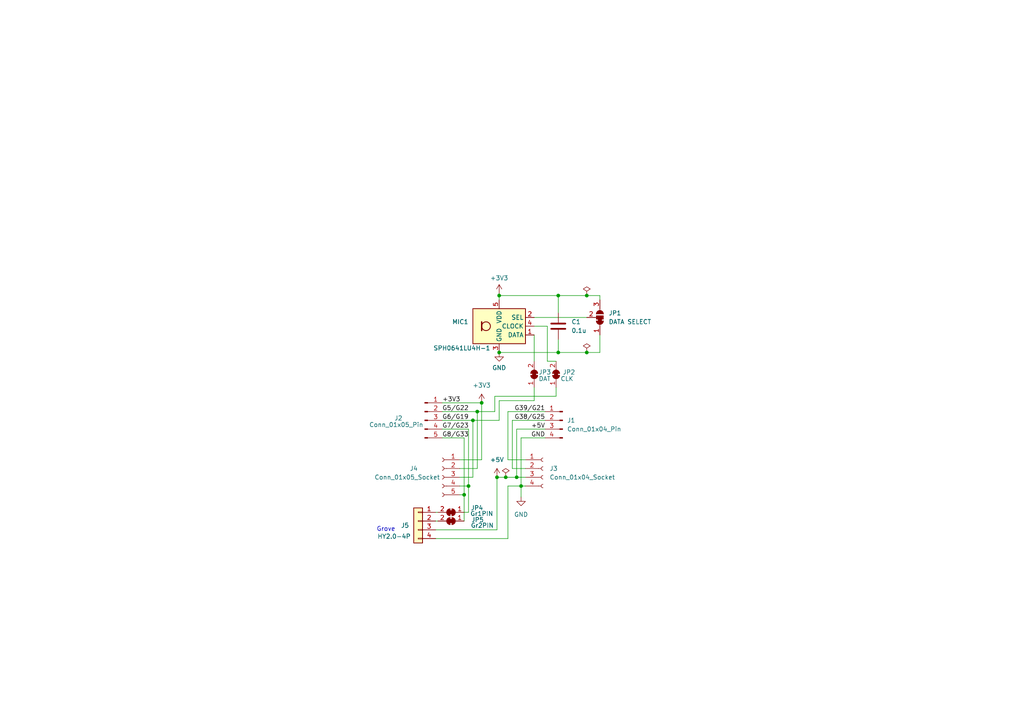
<source format=kicad_sch>
(kicad_sch (version 20230121) (generator eeschema)

  (uuid 30cca121-732b-46ea-923e-c258d615a251)

  (paper "A4")

  (lib_symbols
    (symbol "Connector:Conn_01x04_Pin" (pin_names (offset 1.016) hide) (in_bom yes) (on_board yes)
      (property "Reference" "J" (at 0 5.08 0)
        (effects (font (size 1.27 1.27)))
      )
      (property "Value" "Conn_01x04_Pin" (at 0 -7.62 0)
        (effects (font (size 1.27 1.27)))
      )
      (property "Footprint" "" (at 0 0 0)
        (effects (font (size 1.27 1.27)) hide)
      )
      (property "Datasheet" "~" (at 0 0 0)
        (effects (font (size 1.27 1.27)) hide)
      )
      (property "ki_locked" "" (at 0 0 0)
        (effects (font (size 1.27 1.27)))
      )
      (property "ki_keywords" "connector" (at 0 0 0)
        (effects (font (size 1.27 1.27)) hide)
      )
      (property "ki_description" "Generic connector, single row, 01x04, script generated" (at 0 0 0)
        (effects (font (size 1.27 1.27)) hide)
      )
      (property "ki_fp_filters" "Connector*:*_1x??_*" (at 0 0 0)
        (effects (font (size 1.27 1.27)) hide)
      )
      (symbol "Conn_01x04_Pin_1_1"
        (polyline
          (pts
            (xy 1.27 -5.08)
            (xy 0.8636 -5.08)
          )
          (stroke (width 0.1524) (type default))
          (fill (type none))
        )
        (polyline
          (pts
            (xy 1.27 -2.54)
            (xy 0.8636 -2.54)
          )
          (stroke (width 0.1524) (type default))
          (fill (type none))
        )
        (polyline
          (pts
            (xy 1.27 0)
            (xy 0.8636 0)
          )
          (stroke (width 0.1524) (type default))
          (fill (type none))
        )
        (polyline
          (pts
            (xy 1.27 2.54)
            (xy 0.8636 2.54)
          )
          (stroke (width 0.1524) (type default))
          (fill (type none))
        )
        (rectangle (start 0.8636 -4.953) (end 0 -5.207)
          (stroke (width 0.1524) (type default))
          (fill (type outline))
        )
        (rectangle (start 0.8636 -2.413) (end 0 -2.667)
          (stroke (width 0.1524) (type default))
          (fill (type outline))
        )
        (rectangle (start 0.8636 0.127) (end 0 -0.127)
          (stroke (width 0.1524) (type default))
          (fill (type outline))
        )
        (rectangle (start 0.8636 2.667) (end 0 2.413)
          (stroke (width 0.1524) (type default))
          (fill (type outline))
        )
        (pin passive line (at 5.08 2.54 180) (length 3.81)
          (name "Pin_1" (effects (font (size 1.27 1.27))))
          (number "1" (effects (font (size 1.27 1.27))))
        )
        (pin passive line (at 5.08 0 180) (length 3.81)
          (name "Pin_2" (effects (font (size 1.27 1.27))))
          (number "2" (effects (font (size 1.27 1.27))))
        )
        (pin passive line (at 5.08 -2.54 180) (length 3.81)
          (name "Pin_3" (effects (font (size 1.27 1.27))))
          (number "3" (effects (font (size 1.27 1.27))))
        )
        (pin passive line (at 5.08 -5.08 180) (length 3.81)
          (name "Pin_4" (effects (font (size 1.27 1.27))))
          (number "4" (effects (font (size 1.27 1.27))))
        )
      )
    )
    (symbol "Connector:Conn_01x04_Socket" (pin_names (offset 1.016) hide) (in_bom yes) (on_board yes)
      (property "Reference" "J" (at 0 5.08 0)
        (effects (font (size 1.27 1.27)))
      )
      (property "Value" "Conn_01x04_Socket" (at 0 -7.62 0)
        (effects (font (size 1.27 1.27)))
      )
      (property "Footprint" "" (at 0 0 0)
        (effects (font (size 1.27 1.27)) hide)
      )
      (property "Datasheet" "~" (at 0 0 0)
        (effects (font (size 1.27 1.27)) hide)
      )
      (property "ki_locked" "" (at 0 0 0)
        (effects (font (size 1.27 1.27)))
      )
      (property "ki_keywords" "connector" (at 0 0 0)
        (effects (font (size 1.27 1.27)) hide)
      )
      (property "ki_description" "Generic connector, single row, 01x04, script generated" (at 0 0 0)
        (effects (font (size 1.27 1.27)) hide)
      )
      (property "ki_fp_filters" "Connector*:*_1x??_*" (at 0 0 0)
        (effects (font (size 1.27 1.27)) hide)
      )
      (symbol "Conn_01x04_Socket_1_1"
        (arc (start 0 -4.572) (mid -0.5058 -5.08) (end 0 -5.588)
          (stroke (width 0.1524) (type default))
          (fill (type none))
        )
        (arc (start 0 -2.032) (mid -0.5058 -2.54) (end 0 -3.048)
          (stroke (width 0.1524) (type default))
          (fill (type none))
        )
        (polyline
          (pts
            (xy -1.27 -5.08)
            (xy -0.508 -5.08)
          )
          (stroke (width 0.1524) (type default))
          (fill (type none))
        )
        (polyline
          (pts
            (xy -1.27 -2.54)
            (xy -0.508 -2.54)
          )
          (stroke (width 0.1524) (type default))
          (fill (type none))
        )
        (polyline
          (pts
            (xy -1.27 0)
            (xy -0.508 0)
          )
          (stroke (width 0.1524) (type default))
          (fill (type none))
        )
        (polyline
          (pts
            (xy -1.27 2.54)
            (xy -0.508 2.54)
          )
          (stroke (width 0.1524) (type default))
          (fill (type none))
        )
        (arc (start 0 0.508) (mid -0.5058 0) (end 0 -0.508)
          (stroke (width 0.1524) (type default))
          (fill (type none))
        )
        (arc (start 0 3.048) (mid -0.5058 2.54) (end 0 2.032)
          (stroke (width 0.1524) (type default))
          (fill (type none))
        )
        (pin passive line (at -5.08 2.54 0) (length 3.81)
          (name "Pin_1" (effects (font (size 1.27 1.27))))
          (number "1" (effects (font (size 1.27 1.27))))
        )
        (pin passive line (at -5.08 0 0) (length 3.81)
          (name "Pin_2" (effects (font (size 1.27 1.27))))
          (number "2" (effects (font (size 1.27 1.27))))
        )
        (pin passive line (at -5.08 -2.54 0) (length 3.81)
          (name "Pin_3" (effects (font (size 1.27 1.27))))
          (number "3" (effects (font (size 1.27 1.27))))
        )
        (pin passive line (at -5.08 -5.08 0) (length 3.81)
          (name "Pin_4" (effects (font (size 1.27 1.27))))
          (number "4" (effects (font (size 1.27 1.27))))
        )
      )
    )
    (symbol "Connector:Conn_01x05_Pin" (pin_names (offset 1.016) hide) (in_bom yes) (on_board yes)
      (property "Reference" "J" (at 0 7.62 0)
        (effects (font (size 1.27 1.27)))
      )
      (property "Value" "Conn_01x05_Pin" (at 0 -7.62 0)
        (effects (font (size 1.27 1.27)))
      )
      (property "Footprint" "" (at 0 0 0)
        (effects (font (size 1.27 1.27)) hide)
      )
      (property "Datasheet" "~" (at 0 0 0)
        (effects (font (size 1.27 1.27)) hide)
      )
      (property "ki_locked" "" (at 0 0 0)
        (effects (font (size 1.27 1.27)))
      )
      (property "ki_keywords" "connector" (at 0 0 0)
        (effects (font (size 1.27 1.27)) hide)
      )
      (property "ki_description" "Generic connector, single row, 01x05, script generated" (at 0 0 0)
        (effects (font (size 1.27 1.27)) hide)
      )
      (property "ki_fp_filters" "Connector*:*_1x??_*" (at 0 0 0)
        (effects (font (size 1.27 1.27)) hide)
      )
      (symbol "Conn_01x05_Pin_1_1"
        (polyline
          (pts
            (xy 1.27 -5.08)
            (xy 0.8636 -5.08)
          )
          (stroke (width 0.1524) (type default))
          (fill (type none))
        )
        (polyline
          (pts
            (xy 1.27 -2.54)
            (xy 0.8636 -2.54)
          )
          (stroke (width 0.1524) (type default))
          (fill (type none))
        )
        (polyline
          (pts
            (xy 1.27 0)
            (xy 0.8636 0)
          )
          (stroke (width 0.1524) (type default))
          (fill (type none))
        )
        (polyline
          (pts
            (xy 1.27 2.54)
            (xy 0.8636 2.54)
          )
          (stroke (width 0.1524) (type default))
          (fill (type none))
        )
        (polyline
          (pts
            (xy 1.27 5.08)
            (xy 0.8636 5.08)
          )
          (stroke (width 0.1524) (type default))
          (fill (type none))
        )
        (rectangle (start 0.8636 -4.953) (end 0 -5.207)
          (stroke (width 0.1524) (type default))
          (fill (type outline))
        )
        (rectangle (start 0.8636 -2.413) (end 0 -2.667)
          (stroke (width 0.1524) (type default))
          (fill (type outline))
        )
        (rectangle (start 0.8636 0.127) (end 0 -0.127)
          (stroke (width 0.1524) (type default))
          (fill (type outline))
        )
        (rectangle (start 0.8636 2.667) (end 0 2.413)
          (stroke (width 0.1524) (type default))
          (fill (type outline))
        )
        (rectangle (start 0.8636 5.207) (end 0 4.953)
          (stroke (width 0.1524) (type default))
          (fill (type outline))
        )
        (pin passive line (at 5.08 5.08 180) (length 3.81)
          (name "Pin_1" (effects (font (size 1.27 1.27))))
          (number "1" (effects (font (size 1.27 1.27))))
        )
        (pin passive line (at 5.08 2.54 180) (length 3.81)
          (name "Pin_2" (effects (font (size 1.27 1.27))))
          (number "2" (effects (font (size 1.27 1.27))))
        )
        (pin passive line (at 5.08 0 180) (length 3.81)
          (name "Pin_3" (effects (font (size 1.27 1.27))))
          (number "3" (effects (font (size 1.27 1.27))))
        )
        (pin passive line (at 5.08 -2.54 180) (length 3.81)
          (name "Pin_4" (effects (font (size 1.27 1.27))))
          (number "4" (effects (font (size 1.27 1.27))))
        )
        (pin passive line (at 5.08 -5.08 180) (length 3.81)
          (name "Pin_5" (effects (font (size 1.27 1.27))))
          (number "5" (effects (font (size 1.27 1.27))))
        )
      )
    )
    (symbol "Connector:Conn_01x05_Socket" (pin_names (offset 1.016) hide) (in_bom yes) (on_board yes)
      (property "Reference" "J" (at 0 7.62 0)
        (effects (font (size 1.27 1.27)))
      )
      (property "Value" "Conn_01x05_Socket" (at 0 -7.62 0)
        (effects (font (size 1.27 1.27)))
      )
      (property "Footprint" "" (at 0 0 0)
        (effects (font (size 1.27 1.27)) hide)
      )
      (property "Datasheet" "~" (at 0 0 0)
        (effects (font (size 1.27 1.27)) hide)
      )
      (property "ki_locked" "" (at 0 0 0)
        (effects (font (size 1.27 1.27)))
      )
      (property "ki_keywords" "connector" (at 0 0 0)
        (effects (font (size 1.27 1.27)) hide)
      )
      (property "ki_description" "Generic connector, single row, 01x05, script generated" (at 0 0 0)
        (effects (font (size 1.27 1.27)) hide)
      )
      (property "ki_fp_filters" "Connector*:*_1x??_*" (at 0 0 0)
        (effects (font (size 1.27 1.27)) hide)
      )
      (symbol "Conn_01x05_Socket_1_1"
        (arc (start 0 -4.572) (mid -0.5058 -5.08) (end 0 -5.588)
          (stroke (width 0.1524) (type default))
          (fill (type none))
        )
        (arc (start 0 -2.032) (mid -0.5058 -2.54) (end 0 -3.048)
          (stroke (width 0.1524) (type default))
          (fill (type none))
        )
        (polyline
          (pts
            (xy -1.27 -5.08)
            (xy -0.508 -5.08)
          )
          (stroke (width 0.1524) (type default))
          (fill (type none))
        )
        (polyline
          (pts
            (xy -1.27 -2.54)
            (xy -0.508 -2.54)
          )
          (stroke (width 0.1524) (type default))
          (fill (type none))
        )
        (polyline
          (pts
            (xy -1.27 0)
            (xy -0.508 0)
          )
          (stroke (width 0.1524) (type default))
          (fill (type none))
        )
        (polyline
          (pts
            (xy -1.27 2.54)
            (xy -0.508 2.54)
          )
          (stroke (width 0.1524) (type default))
          (fill (type none))
        )
        (polyline
          (pts
            (xy -1.27 5.08)
            (xy -0.508 5.08)
          )
          (stroke (width 0.1524) (type default))
          (fill (type none))
        )
        (arc (start 0 0.508) (mid -0.5058 0) (end 0 -0.508)
          (stroke (width 0.1524) (type default))
          (fill (type none))
        )
        (arc (start 0 3.048) (mid -0.5058 2.54) (end 0 2.032)
          (stroke (width 0.1524) (type default))
          (fill (type none))
        )
        (arc (start 0 5.588) (mid -0.5058 5.08) (end 0 4.572)
          (stroke (width 0.1524) (type default))
          (fill (type none))
        )
        (pin passive line (at -5.08 5.08 0) (length 3.81)
          (name "Pin_1" (effects (font (size 1.27 1.27))))
          (number "1" (effects (font (size 1.27 1.27))))
        )
        (pin passive line (at -5.08 2.54 0) (length 3.81)
          (name "Pin_2" (effects (font (size 1.27 1.27))))
          (number "2" (effects (font (size 1.27 1.27))))
        )
        (pin passive line (at -5.08 0 0) (length 3.81)
          (name "Pin_3" (effects (font (size 1.27 1.27))))
          (number "3" (effects (font (size 1.27 1.27))))
        )
        (pin passive line (at -5.08 -2.54 0) (length 3.81)
          (name "Pin_4" (effects (font (size 1.27 1.27))))
          (number "4" (effects (font (size 1.27 1.27))))
        )
        (pin passive line (at -5.08 -5.08 0) (length 3.81)
          (name "Pin_5" (effects (font (size 1.27 1.27))))
          (number "5" (effects (font (size 1.27 1.27))))
        )
      )
    )
    (symbol "Device:C" (pin_numbers hide) (pin_names (offset 0.254)) (in_bom yes) (on_board yes)
      (property "Reference" "C" (at 0.635 2.54 0)
        (effects (font (size 1.27 1.27)) (justify left))
      )
      (property "Value" "C" (at 0.635 -2.54 0)
        (effects (font (size 1.27 1.27)) (justify left))
      )
      (property "Footprint" "" (at 0.9652 -3.81 0)
        (effects (font (size 1.27 1.27)) hide)
      )
      (property "Datasheet" "~" (at 0 0 0)
        (effects (font (size 1.27 1.27)) hide)
      )
      (property "ki_keywords" "cap capacitor" (at 0 0 0)
        (effects (font (size 1.27 1.27)) hide)
      )
      (property "ki_description" "Unpolarized capacitor" (at 0 0 0)
        (effects (font (size 1.27 1.27)) hide)
      )
      (property "ki_fp_filters" "C_*" (at 0 0 0)
        (effects (font (size 1.27 1.27)) hide)
      )
      (symbol "C_0_1"
        (polyline
          (pts
            (xy -2.032 -0.762)
            (xy 2.032 -0.762)
          )
          (stroke (width 0.508) (type default))
          (fill (type none))
        )
        (polyline
          (pts
            (xy -2.032 0.762)
            (xy 2.032 0.762)
          )
          (stroke (width 0.508) (type default))
          (fill (type none))
        )
      )
      (symbol "C_1_1"
        (pin passive line (at 0 3.81 270) (length 2.794)
          (name "~" (effects (font (size 1.27 1.27))))
          (number "1" (effects (font (size 1.27 1.27))))
        )
        (pin passive line (at 0 -3.81 90) (length 2.794)
          (name "~" (effects (font (size 1.27 1.27))))
          (number "2" (effects (font (size 1.27 1.27))))
        )
      )
    )
    (symbol "Jumper:SolderJumper_2_Bridged" (pin_names (offset 0) hide) (in_bom yes) (on_board yes)
      (property "Reference" "JP" (at 0 2.032 0)
        (effects (font (size 1.27 1.27)))
      )
      (property "Value" "SolderJumper_2_Bridged" (at 0 -2.54 0)
        (effects (font (size 1.27 1.27)))
      )
      (property "Footprint" "" (at 0 0 0)
        (effects (font (size 1.27 1.27)) hide)
      )
      (property "Datasheet" "~" (at 0 0 0)
        (effects (font (size 1.27 1.27)) hide)
      )
      (property "ki_keywords" "solder jumper SPST" (at 0 0 0)
        (effects (font (size 1.27 1.27)) hide)
      )
      (property "ki_description" "Solder Jumper, 2-pole, closed/bridged" (at 0 0 0)
        (effects (font (size 1.27 1.27)) hide)
      )
      (property "ki_fp_filters" "SolderJumper*Bridged*" (at 0 0 0)
        (effects (font (size 1.27 1.27)) hide)
      )
      (symbol "SolderJumper_2_Bridged_0_1"
        (rectangle (start -0.508 0.508) (end 0.508 -0.508)
          (stroke (width 0) (type default))
          (fill (type outline))
        )
        (arc (start -0.254 1.016) (mid -1.2656 0) (end -0.254 -1.016)
          (stroke (width 0) (type default))
          (fill (type none))
        )
        (arc (start -0.254 1.016) (mid -1.2656 0) (end -0.254 -1.016)
          (stroke (width 0) (type default))
          (fill (type outline))
        )
        (polyline
          (pts
            (xy -0.254 1.016)
            (xy -0.254 -1.016)
          )
          (stroke (width 0) (type default))
          (fill (type none))
        )
        (polyline
          (pts
            (xy 0.254 1.016)
            (xy 0.254 -1.016)
          )
          (stroke (width 0) (type default))
          (fill (type none))
        )
        (arc (start 0.254 -1.016) (mid 1.2656 0) (end 0.254 1.016)
          (stroke (width 0) (type default))
          (fill (type none))
        )
        (arc (start 0.254 -1.016) (mid 1.2656 0) (end 0.254 1.016)
          (stroke (width 0) (type default))
          (fill (type outline))
        )
      )
      (symbol "SolderJumper_2_Bridged_1_1"
        (pin passive line (at -3.81 0 0) (length 2.54)
          (name "A" (effects (font (size 1.27 1.27))))
          (number "1" (effects (font (size 1.27 1.27))))
        )
        (pin passive line (at 3.81 0 180) (length 2.54)
          (name "B" (effects (font (size 1.27 1.27))))
          (number "2" (effects (font (size 1.27 1.27))))
        )
      )
    )
    (symbol "Jumper:SolderJumper_3_Bridged12" (pin_names (offset 0) hide) (in_bom yes) (on_board yes)
      (property "Reference" "JP" (at -2.54 -2.54 0)
        (effects (font (size 1.27 1.27)))
      )
      (property "Value" "SolderJumper_3_Bridged12" (at 0 2.794 0)
        (effects (font (size 1.27 1.27)))
      )
      (property "Footprint" "" (at 0 0 0)
        (effects (font (size 1.27 1.27)) hide)
      )
      (property "Datasheet" "~" (at 0 0 0)
        (effects (font (size 1.27 1.27)) hide)
      )
      (property "ki_keywords" "Solder Jumper SPDT" (at 0 0 0)
        (effects (font (size 1.27 1.27)) hide)
      )
      (property "ki_description" "3-pole Solder Jumper, pins 1+2 closed/bridged" (at 0 0 0)
        (effects (font (size 1.27 1.27)) hide)
      )
      (property "ki_fp_filters" "SolderJumper*Bridged12*" (at 0 0 0)
        (effects (font (size 1.27 1.27)) hide)
      )
      (symbol "SolderJumper_3_Bridged12_0_1"
        (rectangle (start -1.016 0.508) (end -0.508 -0.508)
          (stroke (width 0) (type default))
          (fill (type outline))
        )
        (arc (start -1.016 1.016) (mid -2.0276 0) (end -1.016 -1.016)
          (stroke (width 0) (type default))
          (fill (type none))
        )
        (arc (start -1.016 1.016) (mid -2.0276 0) (end -1.016 -1.016)
          (stroke (width 0) (type default))
          (fill (type outline))
        )
        (rectangle (start -0.508 1.016) (end 0.508 -1.016)
          (stroke (width 0) (type default))
          (fill (type outline))
        )
        (polyline
          (pts
            (xy -2.54 0)
            (xy -2.032 0)
          )
          (stroke (width 0) (type default))
          (fill (type none))
        )
        (polyline
          (pts
            (xy -1.016 1.016)
            (xy -1.016 -1.016)
          )
          (stroke (width 0) (type default))
          (fill (type none))
        )
        (polyline
          (pts
            (xy 0 -1.27)
            (xy 0 -1.016)
          )
          (stroke (width 0) (type default))
          (fill (type none))
        )
        (polyline
          (pts
            (xy 1.016 1.016)
            (xy 1.016 -1.016)
          )
          (stroke (width 0) (type default))
          (fill (type none))
        )
        (polyline
          (pts
            (xy 2.54 0)
            (xy 2.032 0)
          )
          (stroke (width 0) (type default))
          (fill (type none))
        )
        (arc (start 1.016 -1.016) (mid 2.0276 0) (end 1.016 1.016)
          (stroke (width 0) (type default))
          (fill (type none))
        )
        (arc (start 1.016 -1.016) (mid 2.0276 0) (end 1.016 1.016)
          (stroke (width 0) (type default))
          (fill (type outline))
        )
      )
      (symbol "SolderJumper_3_Bridged12_1_1"
        (pin passive line (at -5.08 0 0) (length 2.54)
          (name "A" (effects (font (size 1.27 1.27))))
          (number "1" (effects (font (size 1.27 1.27))))
        )
        (pin passive line (at 0 -3.81 90) (length 2.54)
          (name "C" (effects (font (size 1.27 1.27))))
          (number "2" (effects (font (size 1.27 1.27))))
        )
        (pin passive line (at 5.08 0 180) (length 2.54)
          (name "B" (effects (font (size 1.27 1.27))))
          (number "3" (effects (font (size 1.27 1.27))))
        )
      )
    )
    (symbol "My_Library:HY2.0-4P" (pin_names (offset 1.016) hide) (in_bom yes) (on_board yes)
      (property "Reference" "J7" (at 3.175 0 0)
        (effects (font (size 1.27 1.27)) (justify left))
      )
      (property "Value" "HY2.0-4P" (at 3.175 -2.54 0)
        (effects (font (size 1.27 1.27)) (justify left))
      )
      (property "Footprint" "Local_footprints:CON_GROVE_H" (at 0 0 0)
        (effects (font (size 1.27 1.27)) hide)
      )
      (property "Datasheet" "~" (at 0 0 0)
        (effects (font (size 1.27 1.27)) hide)
      )
      (property "ki_keywords" "connector" (at 0 0 0)
        (effects (font (size 1.27 1.27)) hide)
      )
      (property "ki_description" "Generic connector, single row, 01x04, script generated (kicad-library-utils/schlib/autogen/connector/)" (at 0 0 0)
        (effects (font (size 1.27 1.27)) hide)
      )
      (property "ki_fp_filters" "Connector*:*_1x??_*" (at 0 0 0)
        (effects (font (size 1.27 1.27)) hide)
      )
      (symbol "HY2.0-4P_1_1"
        (rectangle (start -1.27 -4.953) (end 0 -5.207)
          (stroke (width 0.1524) (type default))
          (fill (type none))
        )
        (rectangle (start -1.27 -2.413) (end 0 -2.667)
          (stroke (width 0.1524) (type default))
          (fill (type none))
        )
        (rectangle (start -1.27 0.127) (end 0 -0.127)
          (stroke (width 0.1524) (type default))
          (fill (type none))
        )
        (rectangle (start -1.27 2.667) (end 0 2.413)
          (stroke (width 0.1524) (type default))
          (fill (type none))
        )
        (rectangle (start -1.27 3.81) (end 1.27 -6.35)
          (stroke (width 0.254) (type default))
          (fill (type background))
        )
        (pin passive line (at -5.08 2.54 0) (length 3.81)
          (name "Pin_1" (effects (font (size 1.27 1.27))))
          (number "1" (effects (font (size 1.27 1.27))))
        )
        (pin passive line (at -5.08 0 0) (length 3.81)
          (name "Pin_2" (effects (font (size 1.27 1.27))))
          (number "2" (effects (font (size 1.27 1.27))))
        )
        (pin passive line (at -5.08 -2.54 0) (length 3.81)
          (name "Pin_3" (effects (font (size 1.27 1.27))))
          (number "3" (effects (font (size 1.27 1.27))))
        )
        (pin passive line (at -5.08 -5.08 0) (length 3.81)
          (name "Pin_4" (effects (font (size 1.27 1.27))))
          (number "4" (effects (font (size 1.27 1.27))))
        )
      )
    )
    (symbol "Sensor_Audio:SPH0641LU4H-1" (in_bom yes) (on_board yes)
      (property "Reference" "MK" (at 5.08 6.35 0)
        (effects (font (size 1.27 1.27)))
      )
      (property "Value" "SPH0641LU4H-1" (at 8.89 -6.35 0)
        (effects (font (size 1.27 1.27)))
      )
      (property "Footprint" "Sensor_Audio:Knowles_LGA-5_3.5x2.65mm" (at 0 0 0)
        (effects (font (size 1.27 1.27)) hide)
      )
      (property "Datasheet" "https://www.knowles.com/docs/default-source/model-downloads/sph0641lu4h-1-revb.pdf" (at 0 0 0)
        (effects (font (size 1.27 1.27)) hide)
      )
      (property "ki_keywords" "Microphone MEMS" (at 0 0 0)
        (effects (font (size 1.27 1.27)) hide)
      )
      (property "ki_description" "Digital MEMS Microphone, LGA-5" (at 0 0 0)
        (effects (font (size 1.27 1.27)) hide)
      )
      (property "ki_fp_filters" "Knowles*LGA*3.5x2.65mm*" (at 0 0 0)
        (effects (font (size 1.27 1.27)) hide)
      )
      (symbol "SPH0641LU4H-1_1_1"
        (rectangle (start -7.62 5.08) (end 7.62 -5.08)
          (stroke (width 0.254) (type default))
          (fill (type background))
        )
        (circle (center -3.81 0) (radius 1.27)
          (stroke (width 0.254) (type default))
          (fill (type none))
        )
        (polyline
          (pts
            (xy -5.08 1.27)
            (xy -5.08 -1.27)
          )
          (stroke (width 0.381) (type default))
          (fill (type none))
        )
        (pin output line (at 10.16 -2.54 180) (length 2.54)
          (name "DATA" (effects (font (size 1.27 1.27))))
          (number "1" (effects (font (size 1.27 1.27))))
        )
        (pin input line (at 10.16 2.54 180) (length 2.54)
          (name "SEL" (effects (font (size 1.27 1.27))))
          (number "2" (effects (font (size 1.27 1.27))))
        )
        (pin power_in line (at 0 -7.62 90) (length 2.54)
          (name "GND" (effects (font (size 1.27 1.27))))
          (number "3" (effects (font (size 1.27 1.27))))
        )
        (pin input line (at 10.16 0 180) (length 2.54)
          (name "CLOCK" (effects (font (size 1.27 1.27))))
          (number "4" (effects (font (size 1.27 1.27))))
        )
        (pin power_in line (at 0 7.62 270) (length 2.54)
          (name "VDD" (effects (font (size 1.27 1.27))))
          (number "5" (effects (font (size 1.27 1.27))))
        )
      )
    )
    (symbol "power:+3V3" (power) (pin_names (offset 0)) (in_bom yes) (on_board yes)
      (property "Reference" "#PWR" (at 0 -3.81 0)
        (effects (font (size 1.27 1.27)) hide)
      )
      (property "Value" "+3V3" (at 0 3.556 0)
        (effects (font (size 1.27 1.27)))
      )
      (property "Footprint" "" (at 0 0 0)
        (effects (font (size 1.27 1.27)) hide)
      )
      (property "Datasheet" "" (at 0 0 0)
        (effects (font (size 1.27 1.27)) hide)
      )
      (property "ki_keywords" "global power" (at 0 0 0)
        (effects (font (size 1.27 1.27)) hide)
      )
      (property "ki_description" "Power symbol creates a global label with name \"+3V3\"" (at 0 0 0)
        (effects (font (size 1.27 1.27)) hide)
      )
      (symbol "+3V3_0_1"
        (polyline
          (pts
            (xy -0.762 1.27)
            (xy 0 2.54)
          )
          (stroke (width 0) (type default))
          (fill (type none))
        )
        (polyline
          (pts
            (xy 0 0)
            (xy 0 2.54)
          )
          (stroke (width 0) (type default))
          (fill (type none))
        )
        (polyline
          (pts
            (xy 0 2.54)
            (xy 0.762 1.27)
          )
          (stroke (width 0) (type default))
          (fill (type none))
        )
      )
      (symbol "+3V3_1_1"
        (pin power_in line (at 0 0 90) (length 0) hide
          (name "+3V3" (effects (font (size 1.27 1.27))))
          (number "1" (effects (font (size 1.27 1.27))))
        )
      )
    )
    (symbol "power:+5V" (power) (pin_names (offset 0)) (in_bom yes) (on_board yes)
      (property "Reference" "#PWR" (at 0 -3.81 0)
        (effects (font (size 1.27 1.27)) hide)
      )
      (property "Value" "+5V" (at 0 3.556 0)
        (effects (font (size 1.27 1.27)))
      )
      (property "Footprint" "" (at 0 0 0)
        (effects (font (size 1.27 1.27)) hide)
      )
      (property "Datasheet" "" (at 0 0 0)
        (effects (font (size 1.27 1.27)) hide)
      )
      (property "ki_keywords" "global power" (at 0 0 0)
        (effects (font (size 1.27 1.27)) hide)
      )
      (property "ki_description" "Power symbol creates a global label with name \"+5V\"" (at 0 0 0)
        (effects (font (size 1.27 1.27)) hide)
      )
      (symbol "+5V_0_1"
        (polyline
          (pts
            (xy -0.762 1.27)
            (xy 0 2.54)
          )
          (stroke (width 0) (type default))
          (fill (type none))
        )
        (polyline
          (pts
            (xy 0 0)
            (xy 0 2.54)
          )
          (stroke (width 0) (type default))
          (fill (type none))
        )
        (polyline
          (pts
            (xy 0 2.54)
            (xy 0.762 1.27)
          )
          (stroke (width 0) (type default))
          (fill (type none))
        )
      )
      (symbol "+5V_1_1"
        (pin power_in line (at 0 0 90) (length 0) hide
          (name "+5V" (effects (font (size 1.27 1.27))))
          (number "1" (effects (font (size 1.27 1.27))))
        )
      )
    )
    (symbol "power:GND" (power) (pin_names (offset 0)) (in_bom yes) (on_board yes)
      (property "Reference" "#PWR" (at 0 -6.35 0)
        (effects (font (size 1.27 1.27)) hide)
      )
      (property "Value" "GND" (at 0 -3.81 0)
        (effects (font (size 1.27 1.27)))
      )
      (property "Footprint" "" (at 0 0 0)
        (effects (font (size 1.27 1.27)) hide)
      )
      (property "Datasheet" "" (at 0 0 0)
        (effects (font (size 1.27 1.27)) hide)
      )
      (property "ki_keywords" "global power" (at 0 0 0)
        (effects (font (size 1.27 1.27)) hide)
      )
      (property "ki_description" "Power symbol creates a global label with name \"GND\" , ground" (at 0 0 0)
        (effects (font (size 1.27 1.27)) hide)
      )
      (symbol "GND_0_1"
        (polyline
          (pts
            (xy 0 0)
            (xy 0 -1.27)
            (xy 1.27 -1.27)
            (xy 0 -2.54)
            (xy -1.27 -1.27)
            (xy 0 -1.27)
          )
          (stroke (width 0) (type default))
          (fill (type none))
        )
      )
      (symbol "GND_1_1"
        (pin power_in line (at 0 0 270) (length 0) hide
          (name "GND" (effects (font (size 1.27 1.27))))
          (number "1" (effects (font (size 1.27 1.27))))
        )
      )
    )
    (symbol "power:PWR_FLAG" (power) (pin_numbers hide) (pin_names (offset 0) hide) (in_bom yes) (on_board yes)
      (property "Reference" "#FLG" (at 0 1.905 0)
        (effects (font (size 1.27 1.27)) hide)
      )
      (property "Value" "PWR_FLAG" (at 0 3.81 0)
        (effects (font (size 1.27 1.27)))
      )
      (property "Footprint" "" (at 0 0 0)
        (effects (font (size 1.27 1.27)) hide)
      )
      (property "Datasheet" "~" (at 0 0 0)
        (effects (font (size 1.27 1.27)) hide)
      )
      (property "ki_keywords" "flag power" (at 0 0 0)
        (effects (font (size 1.27 1.27)) hide)
      )
      (property "ki_description" "Special symbol for telling ERC where power comes from" (at 0 0 0)
        (effects (font (size 1.27 1.27)) hide)
      )
      (symbol "PWR_FLAG_0_0"
        (pin power_out line (at 0 0 90) (length 0)
          (name "pwr" (effects (font (size 1.27 1.27))))
          (number "1" (effects (font (size 1.27 1.27))))
        )
      )
      (symbol "PWR_FLAG_0_1"
        (polyline
          (pts
            (xy 0 0)
            (xy 0 1.27)
            (xy -1.016 1.905)
            (xy 0 2.54)
            (xy 1.016 1.905)
            (xy 0 1.27)
          )
          (stroke (width 0) (type default))
          (fill (type none))
        )
      )
    )
  )

  (junction (at 139.7 116.84) (diameter 0) (color 0 0 0 0)
    (uuid 0971101a-2c26-4259-aec2-f783678eb737)
  )
  (junction (at 149.86 138.43) (diameter 0) (color 0 0 0 0)
    (uuid 349afbf6-bab7-4d05-bc33-3cfba98243a2)
  )
  (junction (at 137.16 121.92) (diameter 0) (color 0 0 0 0)
    (uuid 45e691ef-771f-4c9c-abc2-226d9a9f5e1f)
  )
  (junction (at 138.43 119.38) (diameter 0) (color 0 0 0 0)
    (uuid 4944a8b3-26f0-4d97-aa1c-90510eb62383)
  )
  (junction (at 170.18 85.725) (diameter 0) (color 0 0 0 0)
    (uuid 588172a6-1398-44c3-a01b-a1a7e8edac29)
  )
  (junction (at 161.925 102.235) (diameter 0) (color 0 0 0 0)
    (uuid 5a5813b1-3232-455e-a807-0b7e80499b9d)
  )
  (junction (at 144.78 102.235) (diameter 0) (color 0 0 0 0)
    (uuid 6701211d-196f-4068-a1fc-727f229c5cfe)
  )
  (junction (at 161.925 85.725) (diameter 0) (color 0 0 0 0)
    (uuid 7f44a688-c4b4-4bff-a8f5-ed710b237bc6)
  )
  (junction (at 134.62 143.51) (diameter 0) (color 0 0 0 0)
    (uuid 8768fdce-2efd-40c8-98c2-a964403ff914)
  )
  (junction (at 144.145 138.43) (diameter 0) (color 0 0 0 0)
    (uuid 9a410934-5c90-4d86-8669-62b7e9c4a107)
  )
  (junction (at 170.18 102.235) (diameter 0) (color 0 0 0 0)
    (uuid a9ad273e-3440-4b89-ae85-bc0dcfb9dee3)
  )
  (junction (at 146.685 138.43) (diameter 0) (color 0 0 0 0)
    (uuid c5b97139-dafb-4845-bf2f-33cacef0030e)
  )
  (junction (at 151.13 140.97) (diameter 0) (color 0 0 0 0)
    (uuid d95ad015-d8b5-4752-9951-5bf237a1c977)
  )
  (junction (at 135.89 140.97) (diameter 0) (color 0 0 0 0)
    (uuid e709c233-3bca-474f-b28b-969d83efbb28)
  )
  (junction (at 144.78 85.725) (diameter 0) (color 0 0 0 0)
    (uuid f256ba67-548a-41b4-9867-34805598747f)
  )

  (wire (pts (xy 161.925 85.725) (xy 170.18 85.725))
    (stroke (width 0) (type default))
    (uuid 0234ae9f-e589-4e63-afe3-12433b62760f)
  )
  (wire (pts (xy 170.18 92.075) (xy 154.94 92.075))
    (stroke (width 0) (type default))
    (uuid 05838cee-fbfc-458d-9b0e-48bc34219d07)
  )
  (wire (pts (xy 147.32 119.38) (xy 147.32 133.35))
    (stroke (width 0) (type default))
    (uuid 060c68eb-2e08-4c8d-9efa-722a1c9a2441)
  )
  (wire (pts (xy 144.145 153.67) (xy 144.145 138.43))
    (stroke (width 0) (type default))
    (uuid 08b16871-67e0-4f67-853f-83e6e2fd8595)
  )
  (wire (pts (xy 133.35 138.43) (xy 137.16 138.43))
    (stroke (width 0) (type default))
    (uuid 10403b07-6583-4d6f-909a-403c07beb2b4)
  )
  (wire (pts (xy 148.59 135.89) (xy 148.59 121.92))
    (stroke (width 0) (type default))
    (uuid 1153d21e-6e0a-4c00-b68d-df8e6ec2228e)
  )
  (wire (pts (xy 128.27 116.84) (xy 139.7 116.84))
    (stroke (width 0) (type default))
    (uuid 1914b02c-bdd3-4c25-b5ec-a306f0550ee6)
  )
  (wire (pts (xy 161.925 90.805) (xy 161.925 85.725))
    (stroke (width 0) (type default))
    (uuid 1b98fd49-1fec-4166-9d19-ddd770778f34)
  )
  (wire (pts (xy 161.29 114.935) (xy 161.29 112.395))
    (stroke (width 0) (type default))
    (uuid 1db19fb4-5da3-4138-a097-e5fc867201f5)
  )
  (wire (pts (xy 151.13 140.97) (xy 152.4 140.97))
    (stroke (width 0) (type default))
    (uuid 234a720e-7431-4c42-b709-5973cca621c5)
  )
  (wire (pts (xy 134.62 143.51) (xy 134.62 127))
    (stroke (width 0) (type default))
    (uuid 2e13f96f-3bd8-43e5-beb1-9bd0022c8f14)
  )
  (wire (pts (xy 137.16 138.43) (xy 137.16 121.92))
    (stroke (width 0) (type default))
    (uuid 3650bf42-aa5a-4f1c-8f25-e59818f56429)
  )
  (wire (pts (xy 161.925 85.725) (xy 144.78 85.725))
    (stroke (width 0) (type default))
    (uuid 3691c1c0-8015-4fff-99da-3826ae6a1d4b)
  )
  (wire (pts (xy 148.59 121.92) (xy 158.115 121.92))
    (stroke (width 0) (type default))
    (uuid 3bab5ba6-64bf-47a5-879b-2d3fa65961f9)
  )
  (wire (pts (xy 139.7 133.35) (xy 139.7 116.84))
    (stroke (width 0) (type default))
    (uuid 3d7aff49-bd8d-4165-a163-2b969043d34b)
  )
  (wire (pts (xy 128.27 119.38) (xy 138.43 119.38))
    (stroke (width 0) (type default))
    (uuid 440c79be-f626-454b-ae7a-acc71577ca7c)
  )
  (wire (pts (xy 151.13 127) (xy 151.13 140.97))
    (stroke (width 0) (type default))
    (uuid 4590ad39-2d0a-47a3-b7ea-d72fcd7688e5)
  )
  (wire (pts (xy 144.78 116.205) (xy 144.78 121.92))
    (stroke (width 0) (type default))
    (uuid 45a88973-f115-468a-9d06-4c1e4bc08cd6)
  )
  (wire (pts (xy 161.925 102.235) (xy 144.78 102.235))
    (stroke (width 0) (type default))
    (uuid 4b1a2110-4b09-433d-ac2b-429fc153c0c7)
  )
  (wire (pts (xy 138.43 119.38) (xy 143.51 119.38))
    (stroke (width 0) (type default))
    (uuid 4c2bbb2d-0f1b-44e3-a549-aec202748629)
  )
  (wire (pts (xy 128.27 127) (xy 134.62 127))
    (stroke (width 0) (type default))
    (uuid 50069144-9950-4968-b86b-ebc55a9eba65)
  )
  (wire (pts (xy 144.78 85.725) (xy 144.78 86.995))
    (stroke (width 0) (type default))
    (uuid 527bac6f-849f-40b1-9d7f-e5ac3a015813)
  )
  (wire (pts (xy 170.18 85.725) (xy 173.99 85.725))
    (stroke (width 0) (type default))
    (uuid 5d0f1c20-1178-4f48-8477-8e5cc63029e3)
  )
  (wire (pts (xy 173.99 97.155) (xy 173.99 102.235))
    (stroke (width 0) (type default))
    (uuid 5e03a539-b3d7-4481-8e4b-c344ef58a2b3)
  )
  (wire (pts (xy 128.27 124.46) (xy 135.89 124.46))
    (stroke (width 0) (type default))
    (uuid 64f35950-dd22-4824-a106-df2c59f7b3be)
  )
  (wire (pts (xy 144.145 138.43) (xy 146.685 138.43))
    (stroke (width 0) (type default))
    (uuid 657ba155-16ea-4da0-a232-998c683a3203)
  )
  (wire (pts (xy 143.51 114.935) (xy 161.29 114.935))
    (stroke (width 0) (type default))
    (uuid 666dcaca-08f4-4251-ad08-4d677614beb9)
  )
  (wire (pts (xy 154.94 112.395) (xy 154.94 116.205))
    (stroke (width 0) (type default))
    (uuid 6b72001f-a440-464a-8eb8-7c60e9695eaf)
  )
  (wire (pts (xy 152.4 135.89) (xy 148.59 135.89))
    (stroke (width 0) (type default))
    (uuid 7296a245-2921-4ae6-ace3-74319cefa669)
  )
  (wire (pts (xy 126.365 151.13) (xy 127 151.13))
    (stroke (width 0) (type default))
    (uuid 735407fc-ea5b-4f50-bc5b-8435bf71ffc5)
  )
  (wire (pts (xy 144.78 85.09) (xy 144.78 85.725))
    (stroke (width 0) (type default))
    (uuid 79312420-5b64-41d5-ac32-5fd11c2e8835)
  )
  (wire (pts (xy 146.685 138.43) (xy 149.86 138.43))
    (stroke (width 0) (type default))
    (uuid 7da3c512-15a4-4d58-880b-af58c7555601)
  )
  (wire (pts (xy 158.75 104.775) (xy 161.29 104.775))
    (stroke (width 0) (type default))
    (uuid 84065f92-3de9-4a84-9abc-7ad8340cb808)
  )
  (wire (pts (xy 158.115 127) (xy 151.13 127))
    (stroke (width 0) (type default))
    (uuid 8460f311-8b3d-4d87-9403-7bb44f48eeb5)
  )
  (wire (pts (xy 149.86 124.46) (xy 158.115 124.46))
    (stroke (width 0) (type default))
    (uuid 8aa01e10-aba5-49dd-8aaf-51e8d9df95c1)
  )
  (wire (pts (xy 126.365 156.21) (xy 147.32 156.21))
    (stroke (width 0) (type default))
    (uuid 8b391fa7-64d9-4928-9804-1471681d36f3)
  )
  (wire (pts (xy 143.51 119.38) (xy 143.51 114.935))
    (stroke (width 0) (type default))
    (uuid 934b5dcb-bb11-470c-8529-d515f079dde0)
  )
  (wire (pts (xy 158.75 94.615) (xy 158.75 104.775))
    (stroke (width 0) (type default))
    (uuid 9483950d-51a4-46b2-b9ec-617479ef2604)
  )
  (wire (pts (xy 147.32 140.97) (xy 151.13 140.97))
    (stroke (width 0) (type default))
    (uuid 9edade55-63a2-49b0-8a8b-8af23728944f)
  )
  (wire (pts (xy 158.115 119.38) (xy 147.32 119.38))
    (stroke (width 0) (type default))
    (uuid a94be3df-018f-4abf-af73-788135dc2a8b)
  )
  (wire (pts (xy 147.32 133.35) (xy 152.4 133.35))
    (stroke (width 0) (type default))
    (uuid aaac4427-d313-4847-9895-1d69a86f5a3e)
  )
  (wire (pts (xy 135.89 148.59) (xy 134.62 148.59))
    (stroke (width 0) (type default))
    (uuid b18e9450-ccf5-486d-bdad-4d7889d8a5a8)
  )
  (wire (pts (xy 147.32 156.21) (xy 147.32 140.97))
    (stroke (width 0) (type default))
    (uuid b8825e15-3b36-41e9-b3a2-056364d25bf6)
  )
  (wire (pts (xy 128.27 121.92) (xy 137.16 121.92))
    (stroke (width 0) (type default))
    (uuid b9a3294f-6afe-44b1-9ecf-a3a6ff9d71e8)
  )
  (wire (pts (xy 154.94 94.615) (xy 158.75 94.615))
    (stroke (width 0) (type default))
    (uuid bf4192fa-217c-4452-8bf1-dd8781afd901)
  )
  (wire (pts (xy 135.89 140.97) (xy 135.89 124.46))
    (stroke (width 0) (type default))
    (uuid bfe74d80-442f-4db3-b074-c83617c98d9c)
  )
  (wire (pts (xy 152.4 138.43) (xy 149.86 138.43))
    (stroke (width 0) (type default))
    (uuid c35fda37-14e8-42db-a16a-16c76497bf6a)
  )
  (wire (pts (xy 134.62 143.51) (xy 134.62 151.13))
    (stroke (width 0) (type default))
    (uuid c4b1dafe-529b-4e52-a8c9-65483fb48142)
  )
  (wire (pts (xy 154.94 116.205) (xy 144.78 116.205))
    (stroke (width 0) (type default))
    (uuid c73322b3-783e-4b43-85db-159311e1dfa0)
  )
  (wire (pts (xy 161.925 102.235) (xy 161.925 98.425))
    (stroke (width 0) (type default))
    (uuid cd361f6f-eae5-40df-b74d-7d0b0e290249)
  )
  (wire (pts (xy 135.89 140.97) (xy 135.89 148.59))
    (stroke (width 0) (type default))
    (uuid d05174d4-b29a-49b2-9b01-45b9eeabd454)
  )
  (wire (pts (xy 161.925 102.235) (xy 170.18 102.235))
    (stroke (width 0) (type default))
    (uuid d0a485de-7961-4b08-be1d-666452e3212c)
  )
  (wire (pts (xy 149.86 124.46) (xy 149.86 138.43))
    (stroke (width 0) (type default))
    (uuid d5e53998-25b7-456d-abe6-62e4298ef66e)
  )
  (wire (pts (xy 133.35 140.97) (xy 135.89 140.97))
    (stroke (width 0) (type default))
    (uuid dc9f531d-a126-4c73-8e9e-29934b21dad1)
  )
  (wire (pts (xy 170.18 102.235) (xy 173.99 102.235))
    (stroke (width 0) (type default))
    (uuid e22c31fa-c2ec-4ea0-b1f9-a466d8080fcc)
  )
  (wire (pts (xy 126.365 148.59) (xy 127 148.59))
    (stroke (width 0) (type default))
    (uuid e269e09c-1cfb-4f00-8eec-676107bf805e)
  )
  (wire (pts (xy 133.35 143.51) (xy 134.62 143.51))
    (stroke (width 0) (type default))
    (uuid ea0c11a5-7d8e-43b3-9a62-4deae198f087)
  )
  (wire (pts (xy 138.43 135.89) (xy 138.43 119.38))
    (stroke (width 0) (type default))
    (uuid ea804edd-0aae-4895-a47f-8ea99c72b206)
  )
  (wire (pts (xy 133.35 135.89) (xy 138.43 135.89))
    (stroke (width 0) (type default))
    (uuid f318e5c6-1edd-4459-9315-c1fe9ee18b29)
  )
  (wire (pts (xy 133.35 133.35) (xy 139.7 133.35))
    (stroke (width 0) (type default))
    (uuid f4156f71-92ab-4553-ba7c-e155d31ca432)
  )
  (wire (pts (xy 154.94 97.155) (xy 154.94 104.775))
    (stroke (width 0) (type default))
    (uuid f42e4a18-658e-4423-845b-8b4b95408599)
  )
  (wire (pts (xy 144.78 121.92) (xy 137.16 121.92))
    (stroke (width 0) (type default))
    (uuid f5a849e0-4a16-48e9-8a54-5b3af101077a)
  )
  (wire (pts (xy 126.365 153.67) (xy 144.145 153.67))
    (stroke (width 0) (type default))
    (uuid f6a949bb-f1fd-468f-a763-e9e4133504c5)
  )
  (wire (pts (xy 151.13 144.145) (xy 151.13 140.97))
    (stroke (width 0) (type default))
    (uuid f956ff8d-7dcd-400b-8331-cbb2d913c40b)
  )
  (wire (pts (xy 173.99 85.725) (xy 173.99 86.995))
    (stroke (width 0) (type default))
    (uuid faa150ff-ff11-41de-b8bd-a7c8f93ed21b)
  )

  (text "Grove" (at 109.22 154.305 0)
    (effects (font (size 1.27 1.27)) (justify left bottom))
    (uuid ebe85058-d969-4fc2-a4ea-dab64e5ab568)
  )

  (label "+3V3" (at 128.27 116.84 0) (fields_autoplaced)
    (effects (font (size 1.27 1.27)) (justify left bottom))
    (uuid 03664ce8-bc00-40b5-af69-929639c1e793)
  )
  (label "G6{slash}G19" (at 128.27 121.92 0) (fields_autoplaced)
    (effects (font (size 1.27 1.27)) (justify left bottom))
    (uuid 138110a6-6d8d-429e-afe1-4444f1adb799)
  )
  (label "G39{slash}G21" (at 158.115 119.38 180) (fields_autoplaced)
    (effects (font (size 1.27 1.27)) (justify right bottom))
    (uuid 1c293dca-d094-40e3-af4c-408a4fc9c58b)
  )
  (label "G38{slash}G25" (at 158.115 121.92 180) (fields_autoplaced)
    (effects (font (size 1.27 1.27)) (justify right bottom))
    (uuid 3d32612b-a43e-47e6-b52c-da33fc7cab4d)
  )
  (label "+5V" (at 158.115 124.46 180) (fields_autoplaced)
    (effects (font (size 1.27 1.27)) (justify right bottom))
    (uuid 473c2c2d-467c-4e06-b005-e6269519e5e6)
  )
  (label "GND" (at 158.115 127 180) (fields_autoplaced)
    (effects (font (size 1.27 1.27)) (justify right bottom))
    (uuid 60003635-0166-46f0-b31f-2f4976717651)
  )
  (label "G5{slash}G22" (at 128.27 119.38 0) (fields_autoplaced)
    (effects (font (size 1.27 1.27)) (justify left bottom))
    (uuid bf952558-d10b-47f2-bb82-7e84246f8d71)
  )
  (label "G7{slash}G23" (at 128.27 124.46 0) (fields_autoplaced)
    (effects (font (size 1.27 1.27)) (justify left bottom))
    (uuid d817a067-9b83-4c51-b15c-6bd60e1312d1)
  )
  (label "G8{slash}G33" (at 128.27 127 0) (fields_autoplaced)
    (effects (font (size 1.27 1.27)) (justify left bottom))
    (uuid e60b0c50-2254-42f7-9232-7e677e33ca17)
  )

  (symbol (lib_id "Sensor_Audio:SPH0641LU4H-1") (at 144.78 94.615 0) (unit 1)
    (in_bom yes) (on_board yes) (dnp no)
    (uuid 18ab6f75-8713-4988-b01b-be13cbfb2eac)
    (property "Reference" "MIC1" (at 135.89 93.345 0)
      (effects (font (size 1.27 1.27)) (justify right))
    )
    (property "Value" "SPH0641LU4H-1" (at 142.24 100.965 0)
      (effects (font (size 1.27 1.27)) (justify right))
    )
    (property "Footprint" "Sensor_Audio:Knowles_LGA-5_3.5x2.65mm" (at 144.78 94.615 0)
      (effects (font (size 1.27 1.27)) hide)
    )
    (property "Datasheet" "https://www.knowles.com/docs/default-source/model-downloads/sph0641lu4h-1-revb.pdf" (at 144.78 94.615 0)
      (effects (font (size 1.27 1.27)) hide)
    )
    (pin "1" (uuid 8e448451-0039-45d1-a35b-e6448fdcd774))
    (pin "4" (uuid 4c39b9fd-97a7-4f39-b2e7-2a94ff661e95))
    (pin "2" (uuid b1b3820a-3555-4279-83cf-78272f9f5cd7))
    (pin "3" (uuid b8018f1a-51b7-435d-9944-285529cc4dd0))
    (pin "5" (uuid 7cc854c9-0c20-413f-9de1-5d88775a4da1))
    (instances
      (project "atom-mic"
        (path "/30cca121-732b-46ea-923e-c258d615a251"
          (reference "MIC1") (unit 1)
        )
      )
    )
  )

  (symbol (lib_id "power:+5V") (at 144.145 138.43 0) (unit 1)
    (in_bom yes) (on_board yes) (dnp no) (fields_autoplaced)
    (uuid 2f4d8817-7fe4-4c3f-89c9-c6286a8ffd78)
    (property "Reference" "#PWR03" (at 144.145 142.24 0)
      (effects (font (size 1.27 1.27)) hide)
    )
    (property "Value" "+5V" (at 144.145 133.35 0)
      (effects (font (size 1.27 1.27)))
    )
    (property "Footprint" "" (at 144.145 138.43 0)
      (effects (font (size 1.27 1.27)) hide)
    )
    (property "Datasheet" "" (at 144.145 138.43 0)
      (effects (font (size 1.27 1.27)) hide)
    )
    (pin "1" (uuid 11849c8b-9809-44e2-95bc-7a4ee2452dd5))
    (instances
      (project "atom-mic"
        (path "/30cca121-732b-46ea-923e-c258d615a251"
          (reference "#PWR03") (unit 1)
        )
      )
    )
  )

  (symbol (lib_id "My_Library:HY2.0-4P") (at 121.285 151.13 0) (mirror y) (unit 1)
    (in_bom yes) (on_board yes) (dnp no)
    (uuid 3273b62d-af5b-442e-a7b0-4844fd57a90a)
    (property "Reference" "J5" (at 117.475 152.4 0)
      (effects (font (size 1.27 1.27)))
    )
    (property "Value" "HY2.0-4P" (at 114.3 155.575 0)
      (effects (font (size 1.27 1.27)))
    )
    (property "Footprint" "Local_Library:CON_GROVE_H" (at 121.285 151.13 0)
      (effects (font (size 1.27 1.27)) hide)
    )
    (property "Datasheet" "~" (at 121.285 151.13 0)
      (effects (font (size 1.27 1.27)) hide)
    )
    (pin "1" (uuid 2ba9d150-5192-468f-8b24-0cf9dade3e2c))
    (pin "2" (uuid 8eb7a72e-f447-48d0-9d4c-24680fc15a43))
    (pin "4" (uuid b5eea33d-df26-49ff-8b2b-e6550a89916f))
    (pin "3" (uuid c8086819-218e-4bf3-a1b7-0250a84de7ea))
    (instances
      (project "atom-mic"
        (path "/30cca121-732b-46ea-923e-c258d615a251"
          (reference "J5") (unit 1)
        )
      )
    )
  )

  (symbol (lib_id "power:+3V3") (at 144.78 85.09 0) (unit 1)
    (in_bom yes) (on_board yes) (dnp no) (fields_autoplaced)
    (uuid 358de65e-db69-4154-a5a0-45dd6f632993)
    (property "Reference" "#PWR04" (at 144.78 88.9 0)
      (effects (font (size 1.27 1.27)) hide)
    )
    (property "Value" "+3V3" (at 144.78 80.645 0)
      (effects (font (size 1.27 1.27)))
    )
    (property "Footprint" "" (at 144.78 85.09 0)
      (effects (font (size 1.27 1.27)) hide)
    )
    (property "Datasheet" "" (at 144.78 85.09 0)
      (effects (font (size 1.27 1.27)) hide)
    )
    (pin "1" (uuid ba62bb0c-a25e-44fc-a2f1-a3afc3a611c6))
    (instances
      (project "atom-mic"
        (path "/30cca121-732b-46ea-923e-c258d615a251"
          (reference "#PWR04") (unit 1)
        )
      )
    )
  )

  (symbol (lib_id "power:PWR_FLAG") (at 170.18 102.235 0) (unit 1)
    (in_bom yes) (on_board yes) (dnp no) (fields_autoplaced)
    (uuid 3a12680d-7ef4-4694-b3d4-879605455235)
    (property "Reference" "#FLG02" (at 170.18 100.33 0)
      (effects (font (size 1.27 1.27)) hide)
    )
    (property "Value" "PWR_FLAG" (at 170.18 97.79 0)
      (effects (font (size 1.27 1.27)) hide)
    )
    (property "Footprint" "" (at 170.18 102.235 0)
      (effects (font (size 1.27 1.27)) hide)
    )
    (property "Datasheet" "~" (at 170.18 102.235 0)
      (effects (font (size 1.27 1.27)) hide)
    )
    (pin "1" (uuid b4b015b5-296f-4182-ba2d-aa8296623669))
    (instances
      (project "atom-mic"
        (path "/30cca121-732b-46ea-923e-c258d615a251"
          (reference "#FLG02") (unit 1)
        )
      )
    )
  )

  (symbol (lib_id "Jumper:SolderJumper_3_Bridged12") (at 173.99 92.075 270) (mirror x) (unit 1)
    (in_bom yes) (on_board yes) (dnp no) (fields_autoplaced)
    (uuid 3d22378f-b4ce-49c0-a17e-26944b878ee9)
    (property "Reference" "JP1" (at 176.53 90.805 90)
      (effects (font (size 1.27 1.27)) (justify left))
    )
    (property "Value" "DATA SELECT" (at 176.53 93.345 90)
      (effects (font (size 1.27 1.27)) (justify left))
    )
    (property "Footprint" "Jumper:SolderJumper-3_P1.3mm_Bridged12_RoundedPad1.0x1.5mm" (at 173.99 92.075 0)
      (effects (font (size 1.27 1.27)) hide)
    )
    (property "Datasheet" "~" (at 173.99 92.075 0)
      (effects (font (size 1.27 1.27)) hide)
    )
    (pin "2" (uuid ad44f0e2-0375-424f-bc8c-2d4903b1d02e))
    (pin "1" (uuid e6611e1b-1cf7-4e4c-b886-5b87bd53da9c))
    (pin "3" (uuid 0b0a4a3b-9eef-4dbc-b100-7df90c60b62b))
    (instances
      (project "atom-mic"
        (path "/30cca121-732b-46ea-923e-c258d615a251"
          (reference "JP1") (unit 1)
        )
      )
    )
  )

  (symbol (lib_id "Connector:Conn_01x04_Pin") (at 163.195 121.92 0) (mirror y) (unit 1)
    (in_bom yes) (on_board yes) (dnp no) (fields_autoplaced)
    (uuid 3e2d917b-111b-4bd1-a857-ea37a8627d7a)
    (property "Reference" "J1" (at 164.465 121.92 0)
      (effects (font (size 1.27 1.27)) (justify right))
    )
    (property "Value" "Conn_01x04_Pin" (at 164.465 124.46 0)
      (effects (font (size 1.27 1.27)) (justify right))
    )
    (property "Footprint" "Connector_PinHeader_2.54mm:PinHeader_1x04_P2.54mm_Vertical" (at 163.195 121.92 0)
      (effects (font (size 1.27 1.27)) hide)
    )
    (property "Datasheet" "~" (at 163.195 121.92 0)
      (effects (font (size 1.27 1.27)) hide)
    )
    (pin "3" (uuid efefa9d7-2ee6-4c0f-9d8a-25be5981673f))
    (pin "4" (uuid 04e10940-e766-40a7-b310-015e1b495266))
    (pin "1" (uuid 35f112a0-9457-4573-8d4e-a7ef98a3a0a3))
    (pin "2" (uuid 36e71af1-bf2b-488f-adb8-47f89aa90cbc))
    (instances
      (project "atom-mic"
        (path "/30cca121-732b-46ea-923e-c258d615a251"
          (reference "J1") (unit 1)
        )
      )
    )
  )

  (symbol (lib_id "power:GND") (at 144.78 102.235 0) (unit 1)
    (in_bom yes) (on_board yes) (dnp no) (fields_autoplaced)
    (uuid 40ebdb21-bc1f-4919-bf9f-a23ff0025fa1)
    (property "Reference" "#PWR05" (at 144.78 108.585 0)
      (effects (font (size 1.27 1.27)) hide)
    )
    (property "Value" "GND" (at 144.78 106.68 0)
      (effects (font (size 1.27 1.27)))
    )
    (property "Footprint" "" (at 144.78 102.235 0)
      (effects (font (size 1.27 1.27)) hide)
    )
    (property "Datasheet" "" (at 144.78 102.235 0)
      (effects (font (size 1.27 1.27)) hide)
    )
    (pin "1" (uuid 6d9563ef-0239-4767-8468-703bb9f0ba56))
    (instances
      (project "atom-mic"
        (path "/30cca121-732b-46ea-923e-c258d615a251"
          (reference "#PWR05") (unit 1)
        )
      )
    )
  )

  (symbol (lib_id "power:PWR_FLAG") (at 170.18 85.725 0) (unit 1)
    (in_bom yes) (on_board yes) (dnp no) (fields_autoplaced)
    (uuid 43373bd2-9780-4d46-81e1-f2648cd8477c)
    (property "Reference" "#FLG01" (at 170.18 83.82 0)
      (effects (font (size 1.27 1.27)) hide)
    )
    (property "Value" "PWR_FLAG" (at 170.18 81.28 0)
      (effects (font (size 1.27 1.27)) hide)
    )
    (property "Footprint" "" (at 170.18 85.725 0)
      (effects (font (size 1.27 1.27)) hide)
    )
    (property "Datasheet" "~" (at 170.18 85.725 0)
      (effects (font (size 1.27 1.27)) hide)
    )
    (pin "1" (uuid 09aa6934-9b1d-4709-85d5-bb96ee7317e7))
    (instances
      (project "atom-mic"
        (path "/30cca121-732b-46ea-923e-c258d615a251"
          (reference "#FLG01") (unit 1)
        )
      )
    )
  )

  (symbol (lib_id "Jumper:SolderJumper_2_Bridged") (at 161.29 108.585 90) (unit 1)
    (in_bom yes) (on_board yes) (dnp no)
    (uuid 583c07b3-8a05-4d89-af0f-00cc1bf4918e)
    (property "Reference" "JP2" (at 163.195 107.95 90)
      (effects (font (size 1.27 1.27)) (justify right))
    )
    (property "Value" "CLK" (at 162.56 109.855 90)
      (effects (font (size 1.27 1.27)) (justify right))
    )
    (property "Footprint" "Jumper:SolderJumper-2_P1.3mm_Bridged_RoundedPad1.0x1.5mm" (at 161.29 108.585 0)
      (effects (font (size 1.27 1.27)) hide)
    )
    (property "Datasheet" "~" (at 161.29 108.585 0)
      (effects (font (size 1.27 1.27)) hide)
    )
    (pin "2" (uuid 535312aa-9cdd-45b2-a01b-8f0b355ea04a))
    (pin "1" (uuid 3675c6bf-4296-484e-b89c-bada3d6f1c44))
    (instances
      (project "atom-mic"
        (path "/30cca121-732b-46ea-923e-c258d615a251"
          (reference "JP2") (unit 1)
        )
      )
    )
  )

  (symbol (lib_id "Connector:Conn_01x05_Socket") (at 128.27 138.43 0) (mirror y) (unit 1)
    (in_bom yes) (on_board yes) (dnp no)
    (uuid 67b45646-2fb8-4f28-8cc8-660eaac37e60)
    (property "Reference" "J4" (at 120.015 135.89 0)
      (effects (font (size 1.27 1.27)))
    )
    (property "Value" "Conn_01x05_Socket" (at 118.11 138.43 0)
      (effects (font (size 1.27 1.27)))
    )
    (property "Footprint" "Connector_PinSocket_2.54mm:PinSocket_1x05_P2.54mm_Vertical" (at 128.27 138.43 0)
      (effects (font (size 1.27 1.27)) hide)
    )
    (property "Datasheet" "~" (at 128.27 138.43 0)
      (effects (font (size 1.27 1.27)) hide)
    )
    (pin "1" (uuid 578a3a35-487d-4845-b57f-1f824c22b2b4))
    (pin "3" (uuid 7da7c2b6-9073-40ba-8343-9544cad07475))
    (pin "5" (uuid 809de9cf-340e-4de3-bc93-26263f192e7d))
    (pin "2" (uuid c99b9abe-bd61-4d9d-a24b-45540be78490))
    (pin "4" (uuid f767444d-c3d2-4d9a-94e3-1d031d607ede))
    (instances
      (project "atom-mic"
        (path "/30cca121-732b-46ea-923e-c258d615a251"
          (reference "J4") (unit 1)
        )
      )
    )
  )

  (symbol (lib_id "Jumper:SolderJumper_2_Bridged") (at 154.94 108.585 90) (unit 1)
    (in_bom yes) (on_board yes) (dnp no)
    (uuid 71563a92-2f4d-4dc9-b5e8-2e381ef5b686)
    (property "Reference" "JP3" (at 156.21 107.95 90)
      (effects (font (size 1.27 1.27)) (justify right))
    )
    (property "Value" "DAT" (at 156.21 109.855 90)
      (effects (font (size 1.27 1.27)) (justify right))
    )
    (property "Footprint" "Jumper:SolderJumper-2_P1.3mm_Bridged_RoundedPad1.0x1.5mm" (at 154.94 108.585 0)
      (effects (font (size 1.27 1.27)) hide)
    )
    (property "Datasheet" "~" (at 154.94 108.585 0)
      (effects (font (size 1.27 1.27)) hide)
    )
    (pin "2" (uuid e049eabd-4890-4b2d-97e3-1b47c7ac0bad))
    (pin "1" (uuid 51461438-f01d-41fa-a7ff-adfee6c45836))
    (instances
      (project "atom-mic"
        (path "/30cca121-732b-46ea-923e-c258d615a251"
          (reference "JP3") (unit 1)
        )
      )
    )
  )

  (symbol (lib_id "Connector:Conn_01x05_Pin") (at 123.19 121.92 0) (unit 1)
    (in_bom yes) (on_board yes) (dnp no)
    (uuid 8ce5d03f-f095-49bb-bbb8-eea726b21508)
    (property "Reference" "J2" (at 115.57 121.285 0)
      (effects (font (size 1.27 1.27)))
    )
    (property "Value" "Conn_01x05_Pin" (at 114.935 123.19 0)
      (effects (font (size 1.27 1.27)))
    )
    (property "Footprint" "Connector_PinHeader_2.54mm:PinHeader_1x05_P2.54mm_Vertical" (at 123.19 121.92 0)
      (effects (font (size 1.27 1.27)) hide)
    )
    (property "Datasheet" "~" (at 123.19 121.92 0)
      (effects (font (size 1.27 1.27)) hide)
    )
    (pin "3" (uuid 07b337ef-ac2e-4e4a-97b5-91346695d52d))
    (pin "4" (uuid 3cc9b17c-cc1c-4c1a-b476-b65657838a8e))
    (pin "2" (uuid 48cf12f7-aec2-4f29-9a6e-5846296ab915))
    (pin "5" (uuid 01ba559b-64b3-4042-8fd6-3b24998c8ddb))
    (pin "1" (uuid 12d40d5f-eff7-4390-b068-db86cc8ffef2))
    (instances
      (project "atom-mic"
        (path "/30cca121-732b-46ea-923e-c258d615a251"
          (reference "J2") (unit 1)
        )
      )
    )
  )

  (symbol (lib_id "Jumper:SolderJumper_2_Bridged") (at 130.81 151.13 0) (mirror y) (unit 1)
    (in_bom yes) (on_board yes) (dnp no)
    (uuid 92330638-b427-40f4-a6ec-c37d6f97dbc3)
    (property "Reference" "JP5" (at 136.7064 150.7672 0)
      (effects (font (size 1.27 1.27)) (justify right))
    )
    (property "Value" "Gr2PIN" (at 136.525 152.4 0)
      (effects (font (size 1.27 1.27)) (justify right))
    )
    (property "Footprint" "Jumper:SolderJumper-2_P1.3mm_Bridged_RoundedPad1.0x1.5mm" (at 130.81 151.13 0)
      (effects (font (size 1.27 1.27)) hide)
    )
    (property "Datasheet" "~" (at 130.81 151.13 0)
      (effects (font (size 1.27 1.27)) hide)
    )
    (pin "2" (uuid dca63ad9-0551-42c7-8eef-0e57913cfe82))
    (pin "1" (uuid 96fece4c-0b9a-482c-b29a-08c1ef422f98))
    (instances
      (project "atom-mic"
        (path "/30cca121-732b-46ea-923e-c258d615a251"
          (reference "JP5") (unit 1)
        )
      )
    )
  )

  (symbol (lib_id "power:PWR_FLAG") (at 146.685 138.43 0) (unit 1)
    (in_bom yes) (on_board yes) (dnp no) (fields_autoplaced)
    (uuid 9a73cb8a-8a2c-4e39-9a71-ee4068057c40)
    (property "Reference" "#FLG03" (at 146.685 136.525 0)
      (effects (font (size 1.27 1.27)) hide)
    )
    (property "Value" "PWR_FLAG" (at 146.685 133.35 0)
      (effects (font (size 1.27 1.27)) hide)
    )
    (property "Footprint" "" (at 146.685 138.43 0)
      (effects (font (size 1.27 1.27)) hide)
    )
    (property "Datasheet" "~" (at 146.685 138.43 0)
      (effects (font (size 1.27 1.27)) hide)
    )
    (pin "1" (uuid 92d7b811-54a3-4aa5-93ce-34d08b525b2b))
    (instances
      (project "atom-mic"
        (path "/30cca121-732b-46ea-923e-c258d615a251"
          (reference "#FLG03") (unit 1)
        )
      )
    )
  )

  (symbol (lib_id "power:GND") (at 151.13 144.145 0) (unit 1)
    (in_bom yes) (on_board yes) (dnp no) (fields_autoplaced)
    (uuid a889256b-c484-4e48-9c6d-752259656325)
    (property "Reference" "#PWR01" (at 151.13 150.495 0)
      (effects (font (size 1.27 1.27)) hide)
    )
    (property "Value" "GND" (at 151.13 149.225 0)
      (effects (font (size 1.27 1.27)))
    )
    (property "Footprint" "" (at 151.13 144.145 0)
      (effects (font (size 1.27 1.27)) hide)
    )
    (property "Datasheet" "" (at 151.13 144.145 0)
      (effects (font (size 1.27 1.27)) hide)
    )
    (pin "1" (uuid 07401a39-de3d-4ba7-806b-8532640a6641))
    (instances
      (project "atom-mic"
        (path "/30cca121-732b-46ea-923e-c258d615a251"
          (reference "#PWR01") (unit 1)
        )
      )
    )
  )

  (symbol (lib_id "Connector:Conn_01x04_Socket") (at 157.48 135.89 0) (unit 1)
    (in_bom yes) (on_board yes) (dnp no) (fields_autoplaced)
    (uuid b4e63cca-2a49-4591-b733-82283d57d426)
    (property "Reference" "J3" (at 159.385 135.89 0)
      (effects (font (size 1.27 1.27)) (justify left))
    )
    (property "Value" "Conn_01x04_Socket" (at 159.385 138.43 0)
      (effects (font (size 1.27 1.27)) (justify left))
    )
    (property "Footprint" "Connector_PinSocket_2.54mm:PinSocket_1x04_P2.54mm_Vertical" (at 157.48 135.89 0)
      (effects (font (size 1.27 1.27)) hide)
    )
    (property "Datasheet" "~" (at 157.48 135.89 0)
      (effects (font (size 1.27 1.27)) hide)
    )
    (pin "1" (uuid 5c5b8251-85e8-4871-bfc2-4f4359ebb40c))
    (pin "2" (uuid db704c14-071a-42f8-897e-fd15c48fc769))
    (pin "3" (uuid f95b4574-ee8e-425a-8caf-a8759cd5da66))
    (pin "4" (uuid 4db4c249-2396-4c3d-86a3-85b359bdb211))
    (instances
      (project "atom-mic"
        (path "/30cca121-732b-46ea-923e-c258d615a251"
          (reference "J3") (unit 1)
        )
      )
    )
  )

  (symbol (lib_id "Device:C") (at 161.925 94.615 0) (unit 1)
    (in_bom yes) (on_board yes) (dnp no) (fields_autoplaced)
    (uuid c89c783e-0b07-40ee-95b3-0a5fe2dc0784)
    (property "Reference" "C1" (at 165.735 93.345 0)
      (effects (font (size 1.27 1.27)) (justify left))
    )
    (property "Value" "0.1u" (at 165.735 95.885 0)
      (effects (font (size 1.27 1.27)) (justify left))
    )
    (property "Footprint" "Capacitor_SMD:C_0603_1608Metric_Pad1.08x0.95mm_HandSolder" (at 162.8902 98.425 0)
      (effects (font (size 1.27 1.27)) hide)
    )
    (property "Datasheet" "~" (at 161.925 94.615 0)
      (effects (font (size 1.27 1.27)) hide)
    )
    (pin "1" (uuid 6cf66558-72a0-4fd0-8e5b-7b24119b9fa2))
    (pin "2" (uuid 4041c02d-05c7-4b5b-94be-231a5235fe25))
    (instances
      (project "atom-mic"
        (path "/30cca121-732b-46ea-923e-c258d615a251"
          (reference "C1") (unit 1)
        )
      )
    )
  )

  (symbol (lib_id "Jumper:SolderJumper_2_Bridged") (at 130.81 148.59 0) (mirror y) (unit 1)
    (in_bom yes) (on_board yes) (dnp no)
    (uuid e74300a4-fadd-4c07-be04-5a4e8a23b65b)
    (property "Reference" "JP4" (at 136.525 147.32 0)
      (effects (font (size 1.27 1.27)) (justify right))
    )
    (property "Value" "Gr1PIN" (at 136.3798 148.9707 0)
      (effects (font (size 1.27 1.27)) (justify right))
    )
    (property "Footprint" "Jumper:SolderJumper-2_P1.3mm_Bridged_RoundedPad1.0x1.5mm" (at 130.81 148.59 0)
      (effects (font (size 1.27 1.27)) hide)
    )
    (property "Datasheet" "~" (at 130.81 148.59 0)
      (effects (font (size 1.27 1.27)) hide)
    )
    (pin "2" (uuid b0a5d6a6-d004-4b97-8452-4a712ea2796a))
    (pin "1" (uuid 3c7c1eea-2afb-46a1-831f-fbd521a2be53))
    (instances
      (project "atom-mic"
        (path "/30cca121-732b-46ea-923e-c258d615a251"
          (reference "JP4") (unit 1)
        )
      )
    )
  )

  (symbol (lib_id "power:+3V3") (at 139.7 116.84 0) (unit 1)
    (in_bom yes) (on_board yes) (dnp no) (fields_autoplaced)
    (uuid f340e1e6-da95-44f2-97fb-d664f6ad058e)
    (property "Reference" "#PWR02" (at 139.7 120.65 0)
      (effects (font (size 1.27 1.27)) hide)
    )
    (property "Value" "+3V3" (at 139.7 111.76 0)
      (effects (font (size 1.27 1.27)))
    )
    (property "Footprint" "" (at 139.7 116.84 0)
      (effects (font (size 1.27 1.27)) hide)
    )
    (property "Datasheet" "" (at 139.7 116.84 0)
      (effects (font (size 1.27 1.27)) hide)
    )
    (pin "1" (uuid d98ce684-2aec-4116-9be0-927c27562104))
    (instances
      (project "atom-mic"
        (path "/30cca121-732b-46ea-923e-c258d615a251"
          (reference "#PWR02") (unit 1)
        )
      )
    )
  )

  (sheet_instances
    (path "/" (page "1"))
  )
)

</source>
